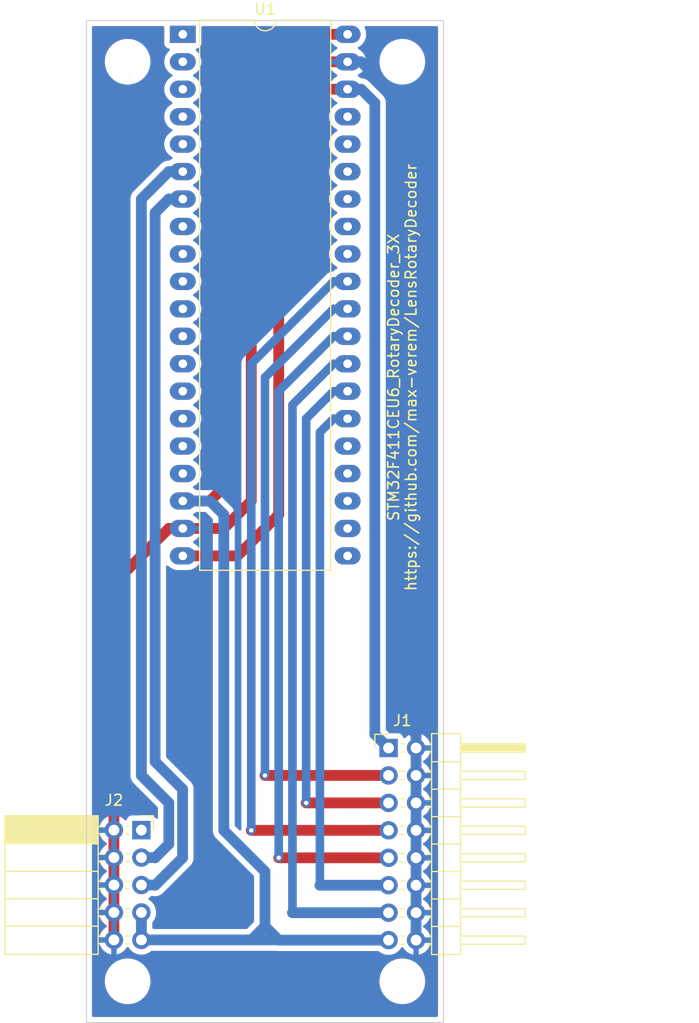
<source format=kicad_pcb>
(kicad_pcb (version 20211014) (generator pcbnew)
  (layers (0 "F.Cu" signal) (31 "B.Cu" signal) (34 "B.Paste" user) (35 "F.Paste" user) (36 "B.SilkS" user "B.Silkscreen") (37 "F.SilkS" user "F.Silkscreen") (38 "B.Mask" user) (39 "F.Mask" user) (44 "Edge.Cuts" user))
  (net 0 "")
  (net 1 "/VCC5")
  (net 28 "/VCC33")
  (net 29 "/GND")
  (net 30 "/IRIS_A_OUT")
  (net 31 "/ZOOM_B_OUT")
  (net 32 "/IRIS_B_OUT")
  (net 33 "/FOCUS_B_OUT")
  (net 34 "/ZOOM_A_OUT")
  (net 35 "/FOCUS_A_OUT")
  (net 36 "/DEC_UART_TX")
  (net 37 "/DEC_UART_RX")
  (footprint "MountingHole:MountingHole_3.2mm_M3" (layer "F.Cu") (at 207.01 128.27)
    (fp_text reference "H4" hide)
    (fp_text value "MountingHole" hide)
    (pad "" np_thru_hole circle locked (at 0 0) (size 3.2 3.2) (drill 3.2) (layers *.Cu *.Mask))
  )
  (footprint "Connector_PinSocket_2.54mm:PinSocket_2x05_P2.54mm_Horizontal" (layer "F.Cu") (at 182.88 114.28)
    (fp_text reference "J2" (at -2.54 -2.77) (layer "F.SilkS"))
    (fp_text value "PBD-10R")
    (fp_line (start -1.49 9.8) (end -1.05 9.8) (layer "F.SilkS") (width 0.12))
    (fp_line (start -1.49 2.18) (end -1.05 2.18) (layer "F.SilkS") (width 0.12))
    (fp_line (start -12.63 -0.383335) (end -4 -0.383335) (layer "F.SilkS") (width 0.12))
    (fp_line (start -12.63 0.20714) (end -4 0.20714) (layer "F.SilkS") (width 0.12))
    (fp_line (start -12.63 3.81) (end -4 3.81) (layer "F.SilkS") (width 0.12))
    (fp_line (start -12.63 -0.855715) (end -4 -0.855715) (layer "F.SilkS") (width 0.12))
    (fp_line (start -4 -1.33) (end -4 11.49) (layer "F.SilkS") (width 0.12))
    (fp_line (start -4 2.18) (end -3.59 2.18) (layer "F.SilkS") (width 0.12))
    (fp_line (start -12.63 -1.33) (end -12.63 11.49) (layer "F.SilkS") (width 0.12))
    (fp_line (start -12.63 -1.33) (end -4 -1.33) (layer "F.SilkS") (width 0.12))
    (fp_line (start -12.63 -0.02905) (end -4 -0.02905) (layer "F.SilkS") (width 0.12))
    (fp_line (start -4 7.26) (end -3.59 7.26) (layer "F.SilkS") (width 0.12))
    (fp_line (start -12.63 0.91571) (end -4 0.91571) (layer "F.SilkS") (width 0.12))
    (fp_line (start -4 4.72) (end -3.59 4.72) (layer "F.SilkS") (width 0.12))
    (fp_line (start -1.49 10.52) (end -1.05 10.52) (layer "F.SilkS") (width 0.12))
    (fp_line (start -12.63 1.27) (end -4 1.27) (layer "F.SilkS") (width 0.12))
    (fp_line (start -12.63 -0.26524) (end -4 -0.26524) (layer "F.SilkS") (width 0.12))
    (fp_line (start -12.63 -0.50143) (end -4 -0.50143) (layer "F.SilkS") (width 0.12))
    (fp_line (start -12.63 0.325235) (end -4 0.325235) (layer "F.SilkS") (width 0.12))
    (fp_line (start -4 5.44) (end -3.59 5.44) (layer "F.SilkS") (width 0.12))
    (fp_line (start -12.63 0.089045) (end -4 0.089045) (layer "F.SilkS") (width 0.12))
    (fp_line (start -4 7.98) (end -3.59 7.98) (layer "F.SilkS") (width 0.12))
    (fp_line (start -1.49 5.44) (end -1.05 5.44) (layer "F.SilkS") (width 0.12))
    (fp_line (start -1.49 0.36) (end -1.11 0.36) (layer "F.SilkS") (width 0.12))
    (fp_line (start -4 -0.36) (end -3.59 -0.36) (layer "F.SilkS") (width 0.12))
    (fp_line (start -12.63 -0.619525) (end -4 -0.619525) (layer "F.SilkS") (width 0.12))
    (fp_line (start -12.63 0.561425) (end -4 0.561425) (layer "F.SilkS") (width 0.12))
    (fp_line (start -12.63 6.35) (end -4 6.35) (layer "F.SilkS") (width 0.12))
    (fp_line (start -12.63 -0.147145) (end -4 -0.147145) (layer "F.SilkS") (width 0.12))
    (fp_line (start -1.49 7.98) (end -1.05 7.98) (layer "F.SilkS") (width 0.12))
    (fp_line (start -12.63 0.44333) (end -4 0.44333) (layer "F.SilkS") (width 0.12))
    (fp_line (start -12.63 1.1519) (end -4 1.1519) (layer "F.SilkS") (width 0.12))
    (fp_line (start -12.63 -0.97381) (end -4 -0.97381) (layer "F.SilkS") (width 0.12))
    (fp_line (start -1.49 4.72) (end -1.05 4.72) (layer "F.SilkS") (width 0.12))
    (fp_line (start -1.49 -0.36) (end -1.11 -0.36) (layer "F.SilkS") (width 0.12))
    (fp_line (start -12.63 -0.73762) (end -4 -0.73762) (layer "F.SilkS") (width 0.12))
    (fp_line (start -4 10.52) (end -3.59 10.52) (layer "F.SilkS") (width 0.12))
    (fp_line (start -12.63 8.89) (end -4 8.89) (layer "F.SilkS") (width 0.12))
    (fp_line (start -4 0.36) (end -3.59 0.36) (layer "F.SilkS") (width 0.12))
    (fp_line (start -4 9.8) (end -3.59 9.8) (layer "F.SilkS") (width 0.12))
    (fp_line (start -12.63 0.67952) (end -4 0.67952) (layer "F.SilkS") (width 0.12))
    (fp_line (start 0 -1.33) (end 1.11 -1.33) (layer "F.SilkS") (width 0.12))
    (fp_line (start -12.63 -1.091905) (end -4 -1.091905) (layer "F.SilkS") (width 0.12))
    (fp_line (start 1.11 -1.33) (end 1.11 0) (layer "F.SilkS") (width 0.12))
    (fp_line (start -12.63 11.49) (end -4 11.49) (layer "F.SilkS") (width 0.12))
    (fp_line (start -12.63 -1.21) (end -4 -1.21) (layer "F.SilkS") (width 0.12))
    (fp_line (start -12.63 1.033805) (end -4 1.033805) (layer "F.SilkS") (width 0.12))
    (fp_line (start -12.63 0.797615) (end -4 0.797615) (layer "F.SilkS") (width 0.12))
    (fp_line (start -1.49 2.9) (end -1.05 2.9) (layer "F.SilkS") (width 0.12))
    (fp_line (start -4 2.9) (end -3.59 2.9) (layer "F.SilkS") (width 0.12))
    (fp_line (start -1.49 7.26) (end -1.05 7.26) (layer "F.SilkS") (width 0.12))
    (pad "1" thru_hole rect locked (at 0 0) (size 1.7 1.7) (drill 1) (layers *.Cu *.Mask))
    (pad "2" thru_hole oval locked (at -2.54 0) (size 1.7 1.7) (drill 1) (layers *.Cu *.Mask) (net 29 "/GND"))
    (pad "3" thru_hole oval locked (at 0 2.54) (size 1.7 1.7) (drill 1) (layers *.Cu *.Mask) (net 36 "/DEC_UART_TX"))
    (pad "4" thru_hole oval locked (at -2.54 2.54) (size 1.7 1.7) (drill 1) (layers *.Cu *.Mask) (net 29 "/GND"))
    (pad "5" thru_hole oval locked (at 0 5.08) (size 1.7 1.7) (drill 1) (layers *.Cu *.Mask) (net 37 "/DEC_UART_RX"))
    (pad "6" thru_hole oval locked (at -2.54 5.08) (size 1.7 1.7) (drill 1) (layers *.Cu *.Mask) (net 29 "/GND"))
    (pad "7" thru_hole oval locked (at 0 7.62) (size 1.7 1.7) (drill 1) (layers *.Cu *.Mask) (net 1 "/VCC5"))
    (pad "8" thru_hole oval locked (at -2.54 7.62) (size 1.7 1.7) (drill 1) (layers *.Cu *.Mask) (net 29 "/GND"))
    (pad "9" thru_hole oval locked (at 0 10.16) (size 1.7 1.7) (drill 1) (layers *.Cu *.Mask) (net 1 "/VCC5"))
    (pad "10" thru_hole oval locked (at -2.54 10.16) (size 1.7 1.7) (drill 1) (layers *.Cu *.Mask) (net 29 "/GND"))
  )
  (footprint "MountingHole:MountingHole_3.2mm_M3" (layer "F.Cu") (at 207.01 43.18)
    (fp_text reference "H2" hide)
    (fp_text value "MountingHole" hide)
    (pad "" np_thru_hole circle locked (at 0 0) (size 3.2 3.2) (drill 3.2) (layers *.Cu *.Mask))
  )
  (footprint "Package_DIP:DIP-40_W15.24mm_LongPads" (layer "F.Cu") (at 186.71 40.645)
    (fp_text reference "U1" (at 7.62 -2.33) (layer "F.SilkS"))
    (fp_text value "STM32F4x1Cx_v2.0+")
    (fp_line (start 13.68 49.59) (end 13.68 -1.33) (layer "F.SilkS") (width 0.12))
    (fp_line (start 1.56 -1.33) (end 1.56 49.59) (layer "F.SilkS") (width 0.12))
    (fp_line (start 13.68 -1.33) (end 8.62 -1.33) (layer "F.SilkS") (width 0.12))
    (fp_line (start 1.56 49.59) (end 13.68 49.59) (layer "F.SilkS") (width 0.12))
    (fp_line (start 6.62 -1.33) (end 1.56 -1.33) (layer "F.SilkS") (width 0.12))
    (fp_arc (start 8.62 -1.33) (mid 7.62 -0.33) (end 6.62 -1.33) (layer "F.SilkS") (width 0.12))
    (pad "1" thru_hole rect locked (at 0 0) (size 2.4 1.6) (drill 0.8) (layers *.Cu *.Mask))
    (pad "2" thru_hole oval locked (at 0 2.54) (size 2.4 1.6) (drill 0.8) (layers *.Cu *.Mask))
    (pad "3" thru_hole oval locked (at 0 5.08) (size 2.4 1.6) (drill 0.8) (layers *.Cu *.Mask))
    (pad "4" thru_hole oval locked (at 0 7.62) (size 2.4 1.6) (drill 0.8) (layers *.Cu *.Mask))
    (pad "5" thru_hole oval locked (at 0 10.16) (size 2.4 1.6) (drill 0.8) (layers *.Cu *.Mask))
    (pad "6" thru_hole oval locked (at 0 12.7) (size 2.4 1.6) (drill 0.8) (layers *.Cu *.Mask) (net 36 "/DEC_UART_TX"))
    (pad "7" thru_hole oval locked (at 0 15.24) (size 2.4 1.6) (drill 0.8) (layers *.Cu *.Mask) (net 37 "/DEC_UART_RX"))
    (pad "8" thru_hole oval locked (at 0 17.78) (size 2.4 1.6) (drill 0.8) (layers *.Cu *.Mask))
    (pad "9" thru_hole oval locked (at 0 20.32) (size 2.4 1.6) (drill 0.8) (layers *.Cu *.Mask))
    (pad "10" thru_hole oval locked (at 0 22.86) (size 2.4 1.6) (drill 0.8) (layers *.Cu *.Mask))
    (pad "11" thru_hole oval locked (at 0 25.4) (size 2.4 1.6) (drill 0.8) (layers *.Cu *.Mask))
    (pad "12" thru_hole oval locked (at 0 27.94) (size 2.4 1.6) (drill 0.8) (layers *.Cu *.Mask))
    (pad "13" thru_hole oval locked (at 0 30.48) (size 2.4 1.6) (drill 0.8) (layers *.Cu *.Mask))
    (pad "14" thru_hole oval locked (at 0 33.02) (size 2.4 1.6) (drill 0.8) (layers *.Cu *.Mask))
    (pad "15" thru_hole oval locked (at 0 35.56) (size 2.4 1.6) (drill 0.8) (layers *.Cu *.Mask))
    (pad "16" thru_hole oval locked (at 0 38.1) (size 2.4 1.6) (drill 0.8) (layers *.Cu *.Mask))
    (pad "17" thru_hole oval locked (at 0 40.64) (size 2.4 1.6) (drill 0.8) (layers *.Cu *.Mask))
    (pad "18" thru_hole oval locked (at 0 43.18) (size 2.4 1.6) (drill 0.8) (layers *.Cu *.Mask) (net 1 "/VCC5"))
    (pad "19" thru_hole oval locked (at 0 45.72) (size 2.4 1.6) (drill 0.8) (layers *.Cu *.Mask) (net 29 "/GND"))
    (pad "20" thru_hole oval locked (at 0 48.26) (size 2.4 1.6) (drill 0.8) (layers *.Cu *.Mask) (net 28 "/VCC33"))
    (pad "21" thru_hole oval locked (at 15.24 48.26) (size 2.4 1.6) (drill 0.8) (layers *.Cu *.Mask))
    (pad "22" thru_hole oval locked (at 15.24 45.72) (size 2.4 1.6) (drill 0.8) (layers *.Cu *.Mask))
    (pad "23" thru_hole oval locked (at 15.24 43.18) (size 2.4 1.6) (drill 0.8) (layers *.Cu *.Mask))
    (pad "24" thru_hole oval locked (at 15.24 40.64) (size 2.4 1.6) (drill 0.8) (layers *.Cu *.Mask))
    (pad "25" thru_hole oval locked (at 15.24 38.1) (size 2.4 1.6) (drill 0.8) (layers *.Cu *.Mask))
    (pad "26" thru_hole oval locked (at 15.24 35.56) (size 2.4 1.6) (drill 0.8) (layers *.Cu *.Mask) (net 34 "/ZOOM_A_OUT"))
    (pad "27" thru_hole oval locked (at 15.24 33.02) (size 2.4 1.6) (drill 0.8) (layers *.Cu *.Mask) (net 31 "/ZOOM_B_OUT"))
    (pad "28" thru_hole oval locked (at 15.24 30.48) (size 2.4 1.6) (drill 0.8) (layers *.Cu *.Mask) (net 35 "/FOCUS_A_OUT"))
    (pad "29" thru_hole oval locked (at 15.24 27.94) (size 2.4 1.6) (drill 0.8) (layers *.Cu *.Mask) (net 33 "/FOCUS_B_OUT"))
    (pad "30" thru_hole oval locked (at 15.24 25.4) (size 2.4 1.6) (drill 0.8) (layers *.Cu *.Mask) (net 30 "/IRIS_A_OUT"))
    (pad "31" thru_hole oval locked (at 15.24 22.86) (size 2.4 1.6) (drill 0.8) (layers *.Cu *.Mask) (net 32 "/IRIS_B_OUT"))
    (pad "32" thru_hole oval locked (at 15.24 20.32) (size 2.4 1.6) (drill 0.8) (layers *.Cu *.Mask))
    (pad "33" thru_hole oval locked (at 15.24 17.78) (size 2.4 1.6) (drill 0.8) (layers *.Cu *.Mask))
    (pad "34" thru_hole oval locked (at 15.24 15.24) (size 2.4 1.6) (drill 0.8) (layers *.Cu *.Mask))
    (pad "35" thru_hole oval locked (at 15.24 12.7) (size 2.4 1.6) (drill 0.8) (layers *.Cu *.Mask))
    (pad "36" thru_hole oval locked (at 15.24 10.16) (size 2.4 1.6) (drill 0.8) (layers *.Cu *.Mask))
    (pad "37" thru_hole oval locked (at 15.24 7.62) (size 2.4 1.6) (drill 0.8) (layers *.Cu *.Mask))
    (pad "38" thru_hole oval locked (at 15.24 5.08) (size 2.4 1.6) (drill 0.8) (layers *.Cu *.Mask) (net 28 "/VCC33"))
    (pad "39" thru_hole oval locked (at 15.24 2.54) (size 2.4 1.6) (drill 0.8) (layers *.Cu *.Mask) (net 29 "/GND"))
    (pad "40" thru_hole oval locked (at 15.24 0) (size 2.4 1.6) (drill 0.8) (layers *.Cu *.Mask) (net 1 "/VCC5"))
  )
  (footprint "Connector_PinHeader_2.54mm:PinHeader_2x08_P2.54mm_Horizontal" (layer "F.Cu") (at 205.74 106.68)
    (fp_text reference "J1" (at 1.27 -2.54) (layer "F.SilkS"))
    (fp_text value "PLD-16R")
    (fp_line (start 3.582929 15.62) (end 3.98 15.62) (layer "F.SilkS") (width 0.12))
    (fp_line (start 12.64 15.62) (end 6.64 15.62) (layer "F.SilkS") (width 0.12))
    (fp_line (start 1.11 -0.38) (end 1.497071 -0.38) (layer "F.SilkS") (width 0.12))
    (fp_line (start 3.98 1.27) (end 6.64 1.27) (layer "F.SilkS") (width 0.12))
    (fp_line (start 3.98 6.35) (end 6.64 6.35) (layer "F.SilkS") (width 0.12))
    (fp_line (start 3.582929 2.16) (end 3.98 2.16) (layer "F.SilkS") (width 0.12))
    (fp_line (start 3.582929 13.08) (end 3.98 13.08) (layer "F.SilkS") (width 0.12))
    (fp_line (start 1.042929 18.16) (end 1.497071 18.16) (layer "F.SilkS") (width 0.12))
    (fp_line (start 1.042929 4.7) (end 1.497071 4.7) (layer "F.SilkS") (width 0.12))
    (fp_line (start 1.042929 14.86) (end 1.497071 14.86) (layer "F.SilkS") (width 0.12))
    (fp_line (start 6.64 9.78) (end 12.64 9.78) (layer "F.SilkS") (width 0.12))
    (fp_line (start 6.64 12.32) (end 12.64 12.32) (layer "F.SilkS") (width 0.12))
    (fp_line (start 12.64 17.4) (end 12.64 18.16) (layer "F.SilkS") (width 0.12))
    (fp_line (start 12.64 2.92) (end 6.64 2.92) (layer "F.SilkS") (width 0.12))
    (fp_line (start 6.64 0.28) (end 12.64 0.28) (layer "F.SilkS") (width 0.12))
    (fp_line (start 12.64 13.08) (end 6.64 13.08) (layer "F.SilkS") (width 0.12))
    (fp_line (start 3.98 11.43) (end 6.64 11.43) (layer "F.SilkS") (width 0.12))
    (fp_line (start 1.042929 9.78) (end 1.497071 9.78) (layer "F.SilkS") (width 0.12))
    (fp_line (start 3.98 8.89) (end 6.64 8.89) (layer "F.SilkS") (width 0.12))
    (fp_line (start 12.64 10.54) (end 6.64 10.54) (layer "F.SilkS") (width 0.12))
    (fp_line (start 1.042929 15.62) (end 1.497071 15.62) (layer "F.SilkS") (width 0.12))
    (fp_line (start 1.042929 5.46) (end 1.497071 5.46) (layer "F.SilkS") (width 0.12))
    (fp_line (start 3.582929 2.92) (end 3.98 2.92) (layer "F.SilkS") (width 0.12))
    (fp_line (start 3.582929 9.78) (end 3.98 9.78) (layer "F.SilkS") (width 0.12))
    (fp_line (start 1.042929 8) (end 1.497071 8) (layer "F.SilkS") (width 0.12))
    (fp_line (start 12.64 9.78) (end 12.64 10.54) (layer "F.SilkS") (width 0.12))
    (fp_line (start 1.042929 2.92) (end 1.497071 2.92) (layer "F.SilkS") (width 0.12))
    (fp_line (start 12.64 4.7) (end 12.64 5.46) (layer "F.SilkS") (width 0.12))
    (fp_line (start 3.582929 5.46) (end 3.98 5.46) (layer "F.SilkS") (width 0.12))
    (fp_line (start 6.64 -0.2) (end 12.64 -0.2) (layer "F.SilkS") (width 0.12))
    (fp_line (start 3.582929 8) (end 3.98 8) (layer "F.SilkS") (width 0.12))
    (fp_line (start 12.64 14.86) (end 12.64 15.62) (layer "F.SilkS") (width 0.12))
    (fp_line (start 6.64 -0.32) (end 12.64 -0.32) (layer "F.SilkS") (width 0.12))
    (fp_line (start 6.64 -1.33) (end 3.98 -1.33) (layer "F.SilkS") (width 0.12))
    (fp_line (start 12.64 18.16) (end 6.64 18.16) (layer "F.SilkS") (width 0.12))
    (fp_line (start 12.64 7.24) (end 12.64 8) (layer "F.SilkS") (width 0.12))
    (fp_line (start 6.64 14.86) (end 12.64 14.86) (layer "F.SilkS") (width 0.12))
    (fp_line (start 12.64 -0.38) (end 12.64 0.38) (layer "F.SilkS") (width 0.12))
    (fp_line (start 1.042929 2.16) (end 1.497071 2.16) (layer "F.SilkS") (width 0.12))
    (fp_line (start 3.582929 14.86) (end 3.98 14.86) (layer "F.SilkS") (width 0.12))
    (fp_line (start 3.98 -1.33) (end 3.98 19.11) (layer "F.SilkS") (width 0.12))
    (fp_line (start 6.64 -0.08) (end 12.64 -0.08) (layer "F.SilkS") (width 0.12))
    (fp_line (start 6.64 17.4) (end 12.64 17.4) (layer "F.SilkS") (width 0.12))
    (fp_line (start 3.98 3.81) (end 6.64 3.81) (layer "F.SilkS") (width 0.12))
    (fp_line (start 6.64 0.04) (end 12.64 0.04) (layer "F.SilkS") (width 0.12))
    (fp_line (start 3.582929 7.24) (end 3.98 7.24) (layer "F.SilkS") (width 0.12))
    (fp_line (start 1.042929 17.4) (end 1.497071 17.4) (layer "F.SilkS") (width 0.12))
    (fp_line (start 1.042929 13.08) (end 1.497071 13.08) (layer "F.SilkS") (width 0.12))
    (fp_line (start 3.582929 0.38) (end 3.98 0.38) (layer "F.SilkS") (width 0.12))
    (fp_line (start 1.11 0.38) (end 1.497071 0.38) (layer "F.SilkS") (width 0.12))
    (fp_line (start 6.64 0.16) (end 12.64 0.16) (layer "F.SilkS") (width 0.12))
    (fp_line (start 1.042929 7.24) (end 1.497071 7.24) (layer "F.SilkS") (width 0.12))
    (fp_line (start 6.64 2.16) (end 12.64 2.16) (layer "F.SilkS") (width 0.12))
    (fp_line (start 6.64 19.11) (end 6.64 -1.33) (layer "F.SilkS") (width 0.12))
    (fp_line (start 3.98 16.51) (end 6.64 16.51) (layer "F.SilkS") (width 0.12))
    (fp_line (start 6.64 7.24) (end 12.64 7.24) (layer "F.SilkS") (width 0.12))
    (fp_line (start 1.042929 12.32) (end 1.497071 12.32) (layer "F.SilkS") (width 0.12))
    (fp_line (start 3.582929 12.32) (end 3.98 12.32) (layer "F.SilkS") (width 0.12))
    (fp_line (start 12.64 8) (end 6.64 8) (layer "F.SilkS") (width 0.12))
    (fp_line (start 12.64 0.38) (end 6.64 0.38) (layer "F.SilkS") (width 0.12))
    (fp_line (start 3.582929 10.54) (end 3.98 10.54) (layer "F.SilkS") (width 0.12))
    (fp_line (start 3.582929 -0.38) (end 3.98 -0.38) (layer "F.SilkS") (width 0.12))
    (fp_line (start 1.042929 10.54) (end 1.497071 10.54) (layer "F.SilkS") (width 0.12))
    (fp_line (start 3.582929 4.7) (end 3.98 4.7) (layer "F.SilkS") (width 0.12))
    (fp_line (start 12.64 5.46) (end 6.64 5.46) (layer "F.SilkS") (width 0.12))
    (fp_line (start -1.27 -1.27) (end 0 -1.27) (layer "F.SilkS") (width 0.12))
    (fp_line (start 12.64 12.32) (end 12.64 13.08) (layer "F.SilkS") (width 0.12))
    (fp_line (start 12.64 2.16) (end 12.64 2.92) (layer "F.SilkS") (width 0.12))
    (fp_line (start -1.27 0) (end -1.27 -1.27) (layer "F.SilkS") (width 0.12))
    (fp_line (start 3.98 19.11) (end 6.64 19.11) (layer "F.SilkS") (width 0.12))
    (fp_line (start 3.98 13.97) (end 6.64 13.97) (layer "F.SilkS") (width 0.12))
    (fp_line (start 6.64 -0.38) (end 12.64 -0.38) (layer "F.SilkS") (width 0.12))
    (fp_line (start 6.64 4.7) (end 12.64 4.7) (layer "F.SilkS") (width 0.12))
    (fp_line (start 3.582929 18.16) (end 3.98 18.16) (layer "F.SilkS") (width 0.12))
    (fp_line (start 3.582929 17.4) (end 3.98 17.4) (layer "F.SilkS") (width 0.12))
    (pad "1" thru_hole rect locked (at 0 0) (size 1.7 1.7) (drill 1) (layers *.Cu *.Mask) (net 28 "/VCC33"))
    (pad "2" thru_hole oval locked (at 2.54 0) (size 1.7 1.7) (drill 1) (layers *.Cu *.Mask) (net 29 "/GND"))
    (pad "3" thru_hole oval locked (at 0 2.54) (size 1.7 1.7) (drill 1) (layers *.Cu *.Mask) (net 30 "/IRIS_A_OUT"))
    (pad "4" thru_hole oval locked (at 2.54 2.54) (size 1.7 1.7) (drill 1) (layers *.Cu *.Mask) (net 29 "/GND"))
    (pad "5" thru_hole oval locked (at 0 5.08) (size 1.7 1.7) (drill 1) (layers *.Cu *.Mask) (net 31 "/ZOOM_B_OUT"))
    (pad "6" thru_hole oval locked (at 2.54 5.08) (size 1.7 1.7) (drill 1) (layers *.Cu *.Mask) (net 29 "/GND"))
    (pad "7" thru_hole oval locked (at 0 7.62) (size 1.7 1.7) (drill 1) (layers *.Cu *.Mask) (net 32 "/IRIS_B_OUT"))
    (pad "8" thru_hole oval locked (at 2.54 7.62) (size 1.7 1.7) (drill 1) (layers *.Cu *.Mask) (net 29 "/GND"))
    (pad "9" thru_hole oval locked (at 0 10.16) (size 1.7 1.7) (drill 1) (layers *.Cu *.Mask) (net 33 "/FOCUS_B_OUT"))
    (pad "10" thru_hole oval locked (at 2.54 10.16) (size 1.7 1.7) (drill 1) (layers *.Cu *.Mask) (net 29 "/GND"))
    (pad "11" thru_hole oval locked (at 0 12.7) (size 1.7 1.7) (drill 1) (layers *.Cu *.Mask) (net 34 "/ZOOM_A_OUT"))
    (pad "12" thru_hole oval locked (at 2.54 12.7) (size 1.7 1.7) (drill 1) (layers *.Cu *.Mask) (net 29 "/GND"))
    (pad "13" thru_hole oval locked (at 0 15.24) (size 1.7 1.7) (drill 1) (layers *.Cu *.Mask) (net 35 "/FOCUS_A_OUT"))
    (pad "14" thru_hole oval locked (at 2.54 15.24) (size 1.7 1.7) (drill 1) (layers *.Cu *.Mask) (net 29 "/GND"))
    (pad "15" thru_hole oval locked (at 0 17.78) (size 1.7 1.7) (drill 1) (layers *.Cu *.Mask) (net 1 "/VCC5"))
    (pad "16" thru_hole oval locked (at 2.54 17.78) (size 1.7 1.7) (drill 1) (layers *.Cu *.Mask) (net 29 "/GND"))
  )
  (footprint "MountingHole:MountingHole_3.2mm_M3" (layer "F.Cu") (at 181.61 128.27)
    (fp_text reference "H1" hide)
    (fp_text value "MountingHole" hide)
    (pad "" np_thru_hole circle locked (at 0 0) (size 3.2 3.2) (drill 3.2) (layers *.Cu *.Mask))
  )
  (footprint "MountingHole:MountingHole_3.2mm_M3" (layer "F.Cu") (at 181.61 43.18)
    (fp_text reference "H3" hide)
    (fp_text value "MountingHole" hide)
    (pad "" np_thru_hole circle locked (at 0 0) (size 3.2 3.2) (drill 3.2) (layers *.Cu *.Mask))
  )
  (gr_rect (start 177.8 39.37) (end 210.82 132.08) (layer "Edge.Cuts") (width 0.1) (fill none))
  (gr_text "STM32F411CEU6_RotaryDecoder_3X\nhttps://github.com/max-verem/LensRotaryDecoder" (at 207.01 72.39 90) (layer "F.SilkS") (effects (font (size 1 1))))
  (segment (start 198.12 40.64) (end 198.125 40.645) (width 1) (layer "F.Cu") (net 1))
  (segment (start 190.5 82.55) (end 190.5 46.99) (width 1) (layer "F.Cu") (net 1))
  (segment (start 186.71 83.825) (end 189.225 83.825) (width 1) (layer "F.Cu") (net 1))
  (segment (start 189.225 83.825) (end 190.5 82.55) (width 1) (layer "F.Cu") (net 1))
  (segment (start 196.85 40.64) (end 198.12 40.64) (width 1) (layer "F.Cu") (net 1))
  (segment (start 198.125 40.645) (end 201.95 40.645) (width 1) (layer "F.Cu") (net 1))
  (segment (start 190.5 46.99) (end 196.85 40.64) (width 1) (layer "F.Cu") (net 1))
  (segment (start 195.58 124.46) (end 194.31 123.19) (width 1) (layer "B.Cu") (net 1))
  (segment (start 190.5 85.09) (end 189.23 83.82) (width 1) (layer "B.Cu") (net 1))
  (segment (start 189.225 83.825) (end 186.71 83.825) (width 1) (layer "B.Cu") (net 1))
  (segment (start 195.56 124.44) (end 195.58 124.46) (width 1) (layer "B.Cu") (net 1))
  (segment (start 205.74 124.46) (end 195.58 124.46) (width 1) (layer "B.Cu") (net 1))
  (segment (start 194.31 123.19) (end 193.06 124.44) (width 1) (layer "B.Cu") (net 1))
  (segment (start 190.5 114.3) (end 190.5 85.09) (width 1) (layer "B.Cu") (net 1))
  (segment (start 193.06 124.44) (end 195.56 124.44) (width 1) (layer "B.Cu") (net 1))
  (segment (start 194.31 118.11) (end 190.5 114.3) (width 1) (layer "B.Cu") (net 1))
  (segment (start 189.23 83.82) (end 189.225 83.825) (width 1) (layer "B.Cu") (net 1))
  (segment (start 194.31 123.19) (end 194.31 118.11) (width 1) (layer "B.Cu") (net 1))
  (segment (start 182.88 121.9) (end 182.88 124.44) (width 1) (layer "B.Cu") (net 1))
  (segment (start 182.88 124.44) (end 193.06 124.44) (width 1) (layer "B.Cu") (net 1))
  (segment (start 199.39 45.72) (end 195.58 49.53) (width 1) (layer "F.Cu") (net 28))
  (segment (start 191.765 88.905) (end 186.71 88.905) (width 1) (layer "F.Cu") (net 28))
  (segment (start 199.395 45.725) (end 199.39 45.72) (width 1) (layer "F.Cu") (net 28))
  (segment (start 195.58 49.53) (end 195.58 85.09) (width 1) (layer "F.Cu") (net 28))
  (segment (start 195.58 85.09) (end 191.765 88.905) (width 1) (layer "F.Cu") (net 28))
  (segment (start 201.95 45.725) (end 199.395 45.725) (width 1) (layer "F.Cu") (net 28))
  (segment (start 201.95 45.725) (end 203.205 45.725) (width 1) (layer "B.Cu") (net 28))
  (segment (start 204.47 105.41) (end 205.74 106.68) (width 1) (layer "B.Cu") (net 28))
  (segment (start 204.47 46.99) (end 204.47 105.41) (width 1) (layer "B.Cu") (net 28))
  (segment (start 203.205 45.725) (end 204.47 46.99) (width 1) (layer "B.Cu") (net 28))
  (segment (start 201.95 43.185) (end 198.125 43.185) (width 1) (layer "F.Cu") (net 29))
  (segment (start 185.425 86.365) (end 185.42 86.36) (width 1) (layer "F.Cu") (net 29))
  (segment (start 180.34 114.28) (end 180.34 116.82) (width 1) (layer "F.Cu") (net 29))
  (segment (start 180.34 121.9) (end 180.34 124.44) (width 1) (layer "F.Cu") (net 29))
  (segment (start 198.12 43.18) (end 193.04 48.26) (width 1) (layer "F.Cu") (net 29))
  (segment (start 198.125 43.185) (end 198.12 43.18) (width 1) (layer "F.Cu") (net 29))
  (segment (start 186.71 86.365) (end 185.425 86.365) (width 1) (layer "F.Cu") (net 29))
  (segment (start 185.42 86.36) (end 180.34 91.44) (width 1) (layer "F.Cu") (net 29))
  (segment (start 186.71 86.365) (end 190.495 86.365) (width 1) (layer "F.Cu") (net 29))
  (segment (start 190.495 86.365) (end 193.04 83.82) (width 1) (layer "F.Cu") (net 29))
  (segment (start 180.34 116.82) (end 180.34 119.36) (width 1) (layer "F.Cu") (net 29))
  (segment (start 180.34 119.36) (end 180.34 121.9) (width 1) (layer "F.Cu") (net 29))
  (segment (start 193.04 83.82) (end 193.04 48.26) (width 1) (layer "F.Cu") (net 29))
  (segment (start 180.34 91.44) (end 180.34 114.28) (width 1) (layer "F.Cu") (net 29))
  (segment (start 208.28 124.46) (end 208.28 121.92) (width 1) (layer "B.Cu") (net 29))
  (segment (start 208.28 114.3) (end 208.28 111.76) (width 1) (layer "B.Cu") (net 29))
  (segment (start 208.28 111.76) (end 208.28 109.22) (width 1) (layer "B.Cu") (net 29))
  (segment (start 207.01 104.14) (end 208.28 105.41) (width 1) (layer "B.Cu") (net 29))
  (segment (start 208.28 116.84) (end 208.28 114.3) (width 1) (layer "B.Cu") (net 29))
  (segment (start 208.28 105.41) (end 208.28 106.68) (width 1) (layer "B.Cu") (net 29))
  (segment (start 203.205 43.185) (end 207.01 46.99) (width 1) (layer "B.Cu") (net 29))
  (segment (start 208.28 109.22) (end 208.28 106.68) (width 1) (layer "B.Cu") (net 29))
  (segment (start 208.28 121.92) (end 208.28 119.38) (width 1) (layer "B.Cu") (net 29))
  (segment (start 207.01 46.99) (end 207.01 104.14) (width 1) (layer "B.Cu") (net 29))
  (segment (start 201.95 43.185) (end 203.205 43.185) (width 1) (layer "B.Cu") (net 29))
  (segment (start 208.28 119.38) (end 208.28 116.84) (width 1) (layer "B.Cu") (net 29))
  (segment (start 194.31 109.22) (end 205.74 109.22) (width 1) (layer "F.Cu") (net 30))
  (via (at 194.31 109.22) (size 0.8) (drill 0.4) (layers "F.Cu" "B.Cu") (net 30))
  (segment (start 200.655 66.045) (end 194.31 72.39) (width 0.8) (layer "B.Cu") (net 30))
  (segment (start 194.31 72.39) (end 194.31 109.22) (width 0.8) (layer "B.Cu") (net 30))
  (segment (start 201.95 66.045) (end 200.655 66.045) (width 0.8) (layer "B.Cu") (net 30))
  (segment (start 198.12 111.76) (end 205.74 111.76) (width 1) (layer "F.Cu") (net 31))
  (via (at 198.12 111.76) (size 0.8) (drill 0.4) (layers "F.Cu" "B.Cu") (net 31))
  (segment (start 198.12 76.2) (end 198.12 111.76) (width 0.8) (layer "B.Cu") (net 31))
  (segment (start 200.655 73.665) (end 198.12 76.2) (width 0.8) (layer "B.Cu") (net 31))
  (segment (start 201.95 73.665) (end 200.655 73.665) (width 0.8) (layer "B.Cu") (net 31))
  (segment (start 193.04 114.3) (end 205.74 114.3) (width 1) (layer "F.Cu") (net 32))
  (via (at 193.04 114.3) (size 0.8) (drill 0.4) (layers "F.Cu" "B.Cu") (net 32))
  (segment (start 200.655 63.505) (end 193.04 71.12) (width 0.8) (layer "B.Cu") (net 32))
  (segment (start 193.04 71.12) (end 193.04 114.3) (width 0.8) (layer "B.Cu") (net 32))
  (segment (start 201.95 63.505) (end 200.655 63.505) (width 0.8) (layer "B.Cu") (net 32))
  (segment (start 195.58 116.84) (end 205.74 116.84) (width 1) (layer "F.Cu") (net 33))
  (via (at 195.58 116.84) (size 0.8) (drill 0.4) (layers "F.Cu" "B.Cu") (net 33))
  (segment (start 200.655 68.585) (end 195.58 73.66) (width 0.8) (layer "B.Cu") (net 33))
  (segment (start 195.58 73.66) (end 195.58 116.84) (width 0.8) (layer "B.Cu") (net 33))
  (segment (start 201.95 68.585) (end 200.655 68.585) (width 0.8) (layer "B.Cu") (net 33))
  (segment (start 200.655 76.205) (end 199.39 77.47) (width 0.8) (layer "B.Cu") (net 34))
  (segment (start 201.95 76.205) (end 200.655 76.205) (width 0.8) (layer "B.Cu") (net 34))
  (segment (start 199.39 77.47) (end 199.39 119.38) (width 0.8) (layer "B.Cu") (net 34))
  (segment (start 199.39 119.38) (end 205.74 119.38) (width 1) (layer "B.Cu") (net 34))
  (segment (start 200.655 71.125) (end 196.85 74.93) (width 0.8) (layer "B.Cu") (net 35))
  (segment (start 196.85 74.93) (end 196.85 121.92) (width 0.8) (layer "B.Cu") (net 35))
  (segment (start 196.85 121.92) (end 205.74 121.92) (width 1) (layer "B.Cu") (net 35))
  (segment (start 201.95 71.125) (end 200.655 71.125) (width 0.8) (layer "B.Cu") (net 35))
  (segment (start 182.88 55.88) (end 182.88 109.22) (width 1) (layer "B.Cu") (net 36))
  (segment (start 185.425 53.345) (end 185.42 53.34) (width 1) (layer "B.Cu") (net 36))
  (segment (start 182.88 116.82) (end 184.13 116.82) (width 1) (layer "B.Cu") (net 36))
  (segment (start 184.13 116.82) (end 184.15 116.84) (width 1) (layer "B.Cu") (net 36))
  (segment (start 186.71 53.345) (end 185.425 53.345) (width 1) (layer "B.Cu") (net 36))
  (segment (start 185.42 111.76) (end 182.88 109.22) (width 1) (layer "B.Cu") (net 36))
  (segment (start 184.15 116.84) (end 185.42 115.57) (width 1) (layer "B.Cu") (net 36))
  (segment (start 185.42 115.57) (end 185.42 111.76) (width 1) (layer "B.Cu") (net 36))
  (segment (start 185.42 53.34) (end 182.88 55.88) (width 1) (layer "B.Cu") (net 36))
  (segment (start 184.15 57.15) (end 185.42 55.88) (width 1) (layer "B.Cu") (net 37))
  (segment (start 186.69 110.49) (end 186.69 116.84) (width 1) (layer "B.Cu") (net 37))
  (segment (start 186.69 116.84) (end 184.15 119.38) (width 1) (layer "B.Cu") (net 37))
  (segment (start 184.15 107.95) (end 184.15 57.15) (width 1) (layer "B.Cu") (net 37))
  (segment (start 185.425 55.885) (end 186.71 55.885) (width 1) (layer "B.Cu") (net 37))
  (segment (start 184.15 107.95) (end 186.69 110.49) (width 1) (layer "B.Cu") (net 37))
  (segment (start 185.42 55.88) (end 185.425 55.885) (width 1) (layer "B.Cu") (net 37))
  (segment (start 184.13 119.36) (end 182.88 119.36) (width 1) (layer "B.Cu") (net 37))
  (segment (start 184.15 119.38) (end 184.13 119.36) (width 1) (layer "B.Cu") (net 37))
  (zone (net 29) (net_name "/GND") (layer "B.Cu") (connect_pads (clearance 0.508)) (min_thickness 0.254) (fill yes (thermal_gap 0.508) (thermal_bridge_width 0.508))
    (polygon (pts (xy 210.82 132.08) (xy 177.8 132.08) (xy 177.8 39.37) (xy 210.82 39.37)))
  )
)
</source>
